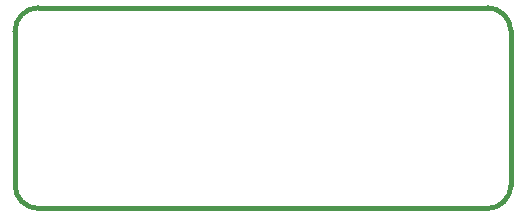
<source format=gm1>
G04*
G04 #@! TF.GenerationSoftware,Altium Limited,Altium Designer,21.8.1 (53)*
G04*
G04 Layer_Color=16711935*
%FSLAX44Y44*%
%MOMM*%
G71*
G04*
G04 #@! TF.SameCoordinates,1E85E8FB-5C63-406C-B3B3-A4210A6241D9*
G04*
G04*
G04 #@! TF.FilePolarity,Positive*
G04*
G01*
G75*
%ADD12C,0.4000*%
D12*
X-210000Y-65000D02*
G03*
X-190000Y-85000I20000J0D01*
G01*
X210000Y65000D02*
G03*
X190000Y85000I-20000J0D01*
G01*
Y-85000D02*
G03*
X210000Y-65000I0J20000D01*
G01*
X-190000Y85000D02*
G03*
X-210000Y65000I0J-20000D01*
G01*
Y-65000D02*
Y65000D01*
X-190000Y-85000D02*
X190000D01*
X-190000Y85000D02*
X190000D01*
X210000Y-65000D02*
Y65000D01*
M02*

</source>
